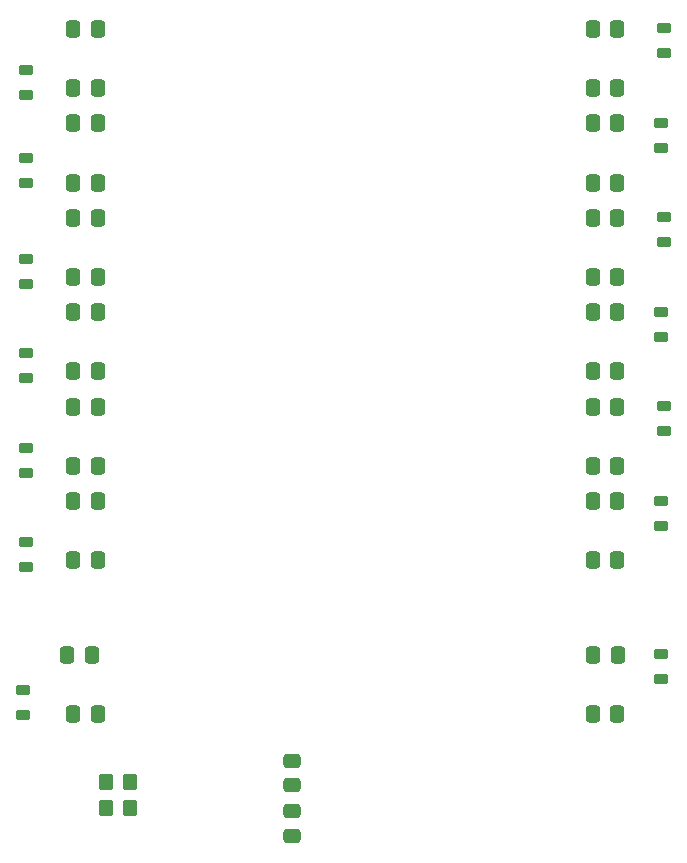
<source format=gbp>
G04 #@! TF.GenerationSoftware,KiCad,Pcbnew,7.0.1*
G04 #@! TF.CreationDate,2023-04-17T14:19:34+02:00*
G04 #@! TF.ProjectId,Dual_BPF,4475616c-5f42-4504-962e-6b696361645f,rev?*
G04 #@! TF.SameCoordinates,Original*
G04 #@! TF.FileFunction,Paste,Bot*
G04 #@! TF.FilePolarity,Positive*
%FSLAX46Y46*%
G04 Gerber Fmt 4.6, Leading zero omitted, Abs format (unit mm)*
G04 Created by KiCad (PCBNEW 7.0.1) date 2023-04-17 14:19:34*
%MOMM*%
%LPD*%
G01*
G04 APERTURE LIST*
G04 Aperture macros list*
%AMRoundRect*
0 Rectangle with rounded corners*
0 $1 Rounding radius*
0 $2 $3 $4 $5 $6 $7 $8 $9 X,Y pos of 4 corners*
0 Add a 4 corners polygon primitive as box body*
4,1,4,$2,$3,$4,$5,$6,$7,$8,$9,$2,$3,0*
0 Add four circle primitives for the rounded corners*
1,1,$1+$1,$2,$3*
1,1,$1+$1,$4,$5*
1,1,$1+$1,$6,$7*
1,1,$1+$1,$8,$9*
0 Add four rect primitives between the rounded corners*
20,1,$1+$1,$2,$3,$4,$5,0*
20,1,$1+$1,$4,$5,$6,$7,0*
20,1,$1+$1,$6,$7,$8,$9,0*
20,1,$1+$1,$8,$9,$2,$3,0*%
G04 Aperture macros list end*
%ADD10RoundRect,0.250000X-0.337500X-0.475000X0.337500X-0.475000X0.337500X0.475000X-0.337500X0.475000X0*%
%ADD11RoundRect,0.250000X0.337500X0.475000X-0.337500X0.475000X-0.337500X-0.475000X0.337500X-0.475000X0*%
%ADD12RoundRect,0.218750X0.381250X-0.218750X0.381250X0.218750X-0.381250X0.218750X-0.381250X-0.218750X0*%
%ADD13RoundRect,0.218750X-0.381250X0.218750X-0.381250X-0.218750X0.381250X-0.218750X0.381250X0.218750X0*%
%ADD14RoundRect,0.250000X0.475000X-0.337500X0.475000X0.337500X-0.475000X0.337500X-0.475000X-0.337500X0*%
%ADD15RoundRect,0.250000X-0.350000X-0.450000X0.350000X-0.450000X0.350000X0.450000X-0.350000X0.450000X0*%
%ADD16RoundRect,0.250000X0.350000X0.450000X-0.350000X0.450000X-0.350000X-0.450000X0.350000X-0.450000X0*%
G04 APERTURE END LIST*
D10*
X47462500Y-91000000D03*
X49537500Y-91000000D03*
X47962500Y-70000000D03*
X50037500Y-70000000D03*
D11*
X94037500Y-38000000D03*
X91962500Y-38000000D03*
X94037500Y-51000000D03*
X91962500Y-51000000D03*
D12*
X97750000Y-48062500D03*
X97750000Y-45937500D03*
X97750000Y-64062500D03*
X97750000Y-61937500D03*
D10*
X47962500Y-83000000D03*
X50037500Y-83000000D03*
D13*
X44000000Y-57437500D03*
X44000000Y-59562500D03*
D11*
X94037500Y-75000000D03*
X91962500Y-75000000D03*
D10*
X47962500Y-78000000D03*
X50037500Y-78000000D03*
D13*
X43750000Y-93937500D03*
X43750000Y-96062500D03*
D11*
X94037500Y-62000000D03*
X91962500Y-62000000D03*
D13*
X44000000Y-73437500D03*
X44000000Y-75562500D03*
D10*
X47962500Y-51000000D03*
X50037500Y-51000000D03*
D13*
X44000000Y-65437500D03*
X44000000Y-67562500D03*
D10*
X47962500Y-62000000D03*
X50037500Y-62000000D03*
D12*
X44000000Y-43562500D03*
X44000000Y-41437500D03*
D10*
X47962500Y-46000000D03*
X50037500Y-46000000D03*
D11*
X94037500Y-59000000D03*
X91962500Y-59000000D03*
D12*
X98000000Y-56062500D03*
X98000000Y-53937500D03*
X98000000Y-40062500D03*
X98000000Y-37937500D03*
D11*
X94037500Y-67000000D03*
X91962500Y-67000000D03*
D12*
X97750000Y-93062500D03*
X97750000Y-90937500D03*
D11*
X94037500Y-54000000D03*
X91962500Y-54000000D03*
D14*
X66500000Y-102037500D03*
X66500000Y-99962500D03*
D10*
X47962500Y-96000000D03*
X50037500Y-96000000D03*
D14*
X66500000Y-106287500D03*
X66500000Y-104212500D03*
D10*
X47962500Y-59000000D03*
X50037500Y-59000000D03*
X47962500Y-54000000D03*
X50037500Y-54000000D03*
D11*
X94037500Y-83000000D03*
X91962500Y-83000000D03*
D10*
X47962500Y-38000000D03*
X50037500Y-38000000D03*
D13*
X44000000Y-48937500D03*
X44000000Y-51062500D03*
D10*
X47962500Y-75000000D03*
X50037500Y-75000000D03*
D11*
X94037500Y-43000000D03*
X91962500Y-43000000D03*
D10*
X47962500Y-67000000D03*
X50037500Y-67000000D03*
D11*
X94037500Y-78000000D03*
X91962500Y-78000000D03*
D15*
X50750000Y-104000000D03*
X52750000Y-104000000D03*
D12*
X98000000Y-72062500D03*
X98000000Y-69937500D03*
D11*
X94037500Y-96000000D03*
X91962500Y-96000000D03*
D13*
X44000000Y-81437500D03*
X44000000Y-83562500D03*
D11*
X94037500Y-46000000D03*
X91962500Y-46000000D03*
X94075000Y-91000000D03*
X92000000Y-91000000D03*
D10*
X47962500Y-43000000D03*
X50037500Y-43000000D03*
D11*
X94037500Y-70000000D03*
X91962500Y-70000000D03*
D16*
X52750000Y-101750000D03*
X50750000Y-101750000D03*
D12*
X97750000Y-80062500D03*
X97750000Y-77937500D03*
M02*

</source>
